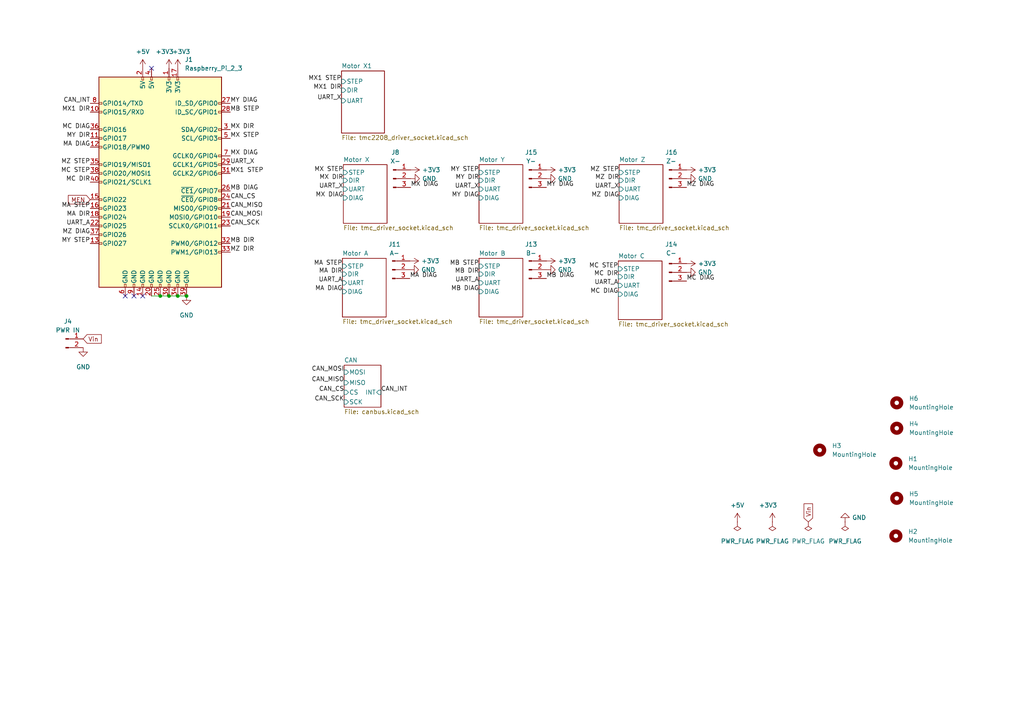
<source format=kicad_sch>
(kicad_sch (version 20211123) (generator eeschema)
  (paper "A4")
  (lib_symbols
    (symbol "Connector:Conn_01x02_Male" (pin_names (offset 1.016) hide)
      (property "Reference" "J" (at 0 2.54 0))
      (property "Value" "Conn_01x02_Male" (at 0 -5.08 0))
      (symbol "Conn_01x02_Male_1_1"
        (polyline (pts (xy 1.27 -2.54) (xy 0.8636 -2.54)) (stroke (width 0.1524)))
        (polyline (pts (xy 1.27 0) (xy 0.8636 0)) (stroke (width 0.1524)))
        (rectangle (start 0.8636 -2.413) (end 0 -2.667) (stroke (width 0.1524)) (fill (type outline)))
        (rectangle (start 0.8636 0.127) (end 0 -0.127) (stroke (width 0.1524)) (fill (type outline)))
        (pin passive line (at 5.08 0 180) (length 3.81) (name "Pin_1") (number "1"))
        (pin passive line (at 5.08 -2.54 180) (length 3.81) (name "Pin_2") (number "2"))
      )
    )
    (symbol "Connector:Conn_01x03_Male" (pin_names (offset 1.016) hide)
      (property "Reference" "J" (at 0 5.08 0))
      (property "Value" "Conn_01x03_Male" (at 0 -5.08 0))
      (symbol "Conn_01x03_Male_1_1"
        (polyline (pts (xy 1.27 -2.54) (xy 0.8636 -2.54)) (stroke (width 0.1524)))
        (polyline (pts (xy 1.27 0) (xy 0.8636 0)) (stroke (width 0.1524)))
        (polyline (pts (xy 1.27 2.54) (xy 0.8636 2.54)) (stroke (width 0.1524)))
        (rectangle (start 0.8636 -2.413) (end 0 -2.667) (stroke (width 0.1524)) (fill (type outline)))
        (rectangle (start 0.8636 0.127) (end 0 -0.127) (stroke (width 0.1524)) (fill (type outline)))
        (rectangle (start 0.8636 2.667) (end 0 2.413) (stroke (width 0.1524)) (fill (type outline)))
        (pin passive line (at 5.08 2.54 180) (length 3.81) (name "Pin_1") (number "1"))
        (pin passive line (at 5.08 0 180) (length 3.81) (name "Pin_2") (number "2"))
        (pin passive line (at 5.08 -2.54 180) (length 3.81) (name "Pin_3") (number "3"))
      )
    )
    (symbol "Connector:Raspberry_Pi_2_3" (pin_names (offset 1.016))
      (property "Reference" "J" (at -17.78 31.75 0))
      (property "Value" "Raspberry_Pi_2_3" (at 10.16 -31.75 0))
      (symbol "Raspberry_Pi_2_3_0_1"
        (rectangle (start -17.78 30.48) (end 17.78 -30.48) (stroke (width 0.254)) (fill (type background)))
      )
      (symbol "Raspberry_Pi_2_3_1_1"
        (rectangle (start -16.891 -17.526) (end -17.78 -18.034))
        (rectangle (start -16.891 -14.986) (end -17.78 -15.494))
        (rectangle (start -16.891 -12.446) (end -17.78 -12.954))
        (rectangle (start -16.891 -9.906) (end -17.78 -10.414))
        (rectangle (start -16.891 -7.366) (end -17.78 -7.874))
        (rectangle (start -16.891 -4.826) (end -17.78 -5.334))
        (rectangle (start -16.891 0.254) (end -17.78 -0.254))
        (rectangle (start -16.891 2.794) (end -17.78 2.286))
        (rectangle (start -16.891 5.334) (end -17.78 4.826))
        (rectangle (start -16.891 10.414) (end -17.78 9.906))
        (rectangle (start -16.891 12.954) (end -17.78 12.446))
        (rectangle (start -16.891 15.494) (end -17.78 14.986))
        (rectangle (start -16.891 20.574) (end -17.78 20.066))
        (rectangle (start -16.891 23.114) (end -17.78 22.606))
        (rectangle (start -10.414 -29.591) (end -9.906 -30.48))
        (rectangle (start -7.874 -29.591) (end -7.366 -30.48))
        (rectangle (start -5.334 -29.591) (end -4.826 -30.48))
        (rectangle (start -5.334 30.48) (end -4.826 29.591))
        (rectangle (start -2.794 -29.591) (end -2.286 -30.48))
        (rectangle (start -2.794 30.48) (end -2.286 29.591))
        (rectangle (start -0.254 -29.591) (end 0.254 -30.48))
        (rectangle (start 2.286 -29.591) (end 2.794 -30.48))
        (rectangle (start 2.286 30.48) (end 2.794 29.591))
        (rectangle (start 4.826 -29.591) (end 5.334 -30.48))
        (rectangle (start 4.826 30.48) (end 5.334 29.591))
        (rectangle (start 7.366 -29.591) (end 7.874 -30.48))
        (rectangle (start 17.78 -20.066) (end 16.891 -20.574))
        (rectangle (start 17.78 -17.526) (end 16.891 -18.034))
        (rectangle (start 17.78 -12.446) (end 16.891 -12.954))
        (rectangle (start 17.78 -9.906) (end 16.891 -10.414))
        (rectangle (start 17.78 -7.366) (end 16.891 -7.874))
        (rectangle (start 17.78 -4.826) (end 16.891 -5.334))
        (rectangle (start 17.78 -2.286) (end 16.891 -2.794))
        (rectangle (start 17.78 2.794) (end 16.891 2.286))
        (rectangle (start 17.78 5.334) (end 16.891 4.826))
        (rectangle (start 17.78 7.874) (end 16.891 7.366))
        (rectangle (start 17.78 12.954) (end 16.891 12.446))
        (rectangle (start 17.78 15.494) (end 16.891 14.986))
        (rectangle (start 17.78 20.574) (end 16.891 20.066))
        (rectangle (start 17.78 23.114) (end 16.891 22.606))
        (pin power_in line (at 2.54 33.02 270) (length 2.54) (name "3V3") (number "1"))
        (pin bidirectional line (at -20.32 20.32 0) (length 2.54) (name "GPIO15/RXD") (number "10"))
        (pin bidirectional line (at -20.32 12.7 0) (length 2.54) (name "GPIO17") (number "11"))
        (pin bidirectional line (at -20.32 10.16 0) (length 2.54) (name "GPIO18/PWM0") (number "12"))
        (pin bidirectional line (at -20.32 -17.78 0) (length 2.54) (name "GPIO27") (number "13"))
        (pin power_in line (at -5.08 -33.02 90) (length 2.54) (name "GND") (number "14"))
        (pin bidirectional line (at -20.32 -5.08 0) (length 2.54) (name "GPIO22") (number "15"))
        (pin bidirectional line (at -20.32 -7.62 0) (length 2.54) (name "GPIO23") (number "16"))
        (pin power_in line (at 5.08 33.02 270) (length 2.54) (name "3V3") (number "17"))
        (pin bidirectional line (at -20.32 -10.16 0) (length 2.54) (name "GPIO24") (number "18"))
        (pin bidirectional line (at 20.32 -10.16 180) (length 2.54) (name "MOSI0/GPIO10") (number "19"))
        (pin power_in line (at -5.08 33.02 270) (length 2.54) (name "5V") (number "2"))
        (pin power_in line (at -2.54 -33.02 90) (length 2.54) (name "GND") (number "20"))
        (pin bidirectional line (at 20.32 -7.62 180) (length 2.54) (name "MISO0/GPIO9") (number "21"))
        (pin bidirectional line (at -20.32 -12.7 0) (length 2.54) (name "GPIO25") (number "22"))
        (pin bidirectional line (at 20.32 -12.7 180) (length 2.54) (name "SCLK0/GPIO11") (number "23"))
        (pin bidirectional line (at 20.32 -5.08 180) (length 2.54) (name "~{CE0}/GPIO8") (number "24"))
        (pin power_in line (at 0 -33.02 90) (length 2.54) (name "GND") (number "25"))
        (pin bidirectional line (at 20.32 -2.54 180) (length 2.54) (name "~{CE1}/GPIO7") (number "26"))
        (pin bidirectional line (at 20.32 22.86 180) (length 2.54) (name "ID_SD/GPIO0") (number "27"))
        (pin bidirectional line (at 20.32 20.32 180) (length 2.54) (name "ID_SC/GPIO1") (number "28"))
        (pin bidirectional line (at 20.32 5.08 180) (length 2.54) (name "GCLK1/GPIO5") (number "29"))
        (pin bidirectional line (at 20.32 15.24 180) (length 2.54) (name "SDA/GPIO2") (number "3"))
        (pin power_in line (at 2.54 -33.02 90) (length 2.54) (name "GND") (number "30"))
        (pin bidirectional line (at 20.32 2.54 180) (length 2.54) (name "GCLK2/GPIO6") (number "31"))
        (pin bidirectional line (at 20.32 -17.78 180) (length 2.54) (name "PWM0/GPIO12") (number "32"))
        (pin bidirectional line (at 20.32 -20.32 180) (length 2.54) (name "PWM1/GPIO13") (number "33"))
        (pin power_in line (at 5.08 -33.02 90) (length 2.54) (name "GND") (number "34"))
        (pin bidirectional line (at -20.32 5.08 0) (length 2.54) (name "GPIO19/MISO1") (number "35"))
        (pin bidirectional line (at -20.32 15.24 0) (length 2.54) (name "GPIO16") (number "36"))
        (pin bidirectional line (at -20.32 -15.24 0) (length 2.54) (name "GPIO26") (number "37"))
        (pin bidirectional line (at -20.32 2.54 0) (length 2.54) (name "GPIO20/MOSI1") (number "38"))
        (pin power_in line (at 7.62 -33.02 90) (length 2.54) (name "GND") (number "39"))
        (pin power_in line (at -2.54 33.02 270) (length 2.54) (name "5V") (number "4"))
        (pin bidirectional line (at -20.32 0 0) (length 2.54) (name "GPIO21/SCLK1") (number "40"))
        (pin bidirectional line (at 20.32 12.7 180) (length 2.54) (name "SCL/GPIO3") (number "5"))
        (pin power_in line (at -10.16 -33.02 90) (length 2.54) (name "GND") (number "6"))
        (pin bidirectional line (at 20.32 7.62 180) (length 2.54) (name "GCLK0/GPIO4") (number "7"))
        (pin bidirectional line (at -20.32 22.86 0) (length 2.54) (name "GPIO14/TXD") (number "8"))
        (pin power_in line (at -7.62 -33.02 90) (length 2.54) (name "GND") (number "9"))
      )
    )
    (symbol "Mechanical:MountingHole" (pin_names (offset 1.016))
      (property "Reference" "H" (at 0 5.08 0))
      (property "Value" "MountingHole" (at 0 3.175 0))
      (symbol "MountingHole_0_1"
        (circle (center 0 0) (radius 1.27) (stroke (width 1.27)))
      )
    )
    (symbol "power:+3V3" (power) (pin_names (offset 0))
      (property "Value" "+3V3" (at 0 3.556 0))
      (symbol "+3V3_0_1"
        (polyline (pts (xy -0.762 1.27) (xy 0 2.54)))
        (polyline (pts (xy 0 0) (xy 0 2.54)))
        (polyline (pts (xy 0 2.54) (xy 0.762 1.27)))
      )
      (symbol "+3V3_1_1"
        (pin power_in line (at 0 0 90) (length 0) hide (name "+3V3") (number "1"))
      )
    )
    (symbol "power:+5V" (power) (pin_names (offset 0))
      (property "Value" "+5V" (at 0 3.556 0))
      (symbol "+5V_0_1"
        (polyline (pts (xy -0.762 1.27) (xy 0 2.54)))
        (polyline (pts (xy 0 0) (xy 0 2.54)))
        (polyline (pts (xy 0 2.54) (xy 0.762 1.27)))
      )
      (symbol "+5V_1_1"
        (pin power_in line (at 0 0 90) (length 0) hide (name "+5V") (number "1"))
      )
    )
    (symbol "power:GND" (power) (pin_names (offset 0))
      (property "Value" "GND" (at 0 -3.81 0))
      (symbol "GND_0_1"
        (polyline (pts (xy 0 0) (xy 0 -1.27) (xy 1.27 -1.27) (xy 0 -2.54) (xy -1.27 -1.27) (xy 0 -1.27)))
      )
      (symbol "GND_1_1"
        (pin power_in line (at 0 0 270) (length 0) hide (name "GND") (number "1"))
      )
    )
    (symbol "power:PWR_FLAG" (power) (pin_numbers hide) (pin_names (offset 0) hide)
      (property "Value" "PWR_FLAG" (at 0 3.81 0))
      (symbol "PWR_FLAG_0_0"
        (pin power_out line (at 0 0 90) (length 0) (name "pwr") (number "1"))
      )
      (symbol "PWR_FLAG_0_1"
        (polyline (pts (xy 0 0) (xy 0 1.27) (xy -1.016 1.905) (xy 0 2.54) (xy 1.016 1.905) (xy 0 1.27)))
      )
    )
  )
  (junction (at 49.022 85.852))
  (junction (at 46.482 85.852))
  (junction (at 51.562 85.852))
  (junction (at 54.102 85.852))
  (no_connect (at 43.942 19.812))
  (no_connect (at 41.402 85.852))
  (no_connect (at 36.322 85.852))
  (no_connect (at 38.862 85.852))
  (wire (pts (xy 51.562 85.852) (xy 54.102 85.852)))
  (wire (pts (xy 49.022 85.852) (xy 51.562 85.852)))
  (wire (pts (xy 43.942 85.852) (xy 46.482 85.852)))
  (wire (pts (xy 46.482 85.852) (xy 49.022 85.852)))
  (label "CAN_SCK" (at 99.822 116.586 180))
  (label "CAN_CS" (at 66.802 57.912 0))
  (label "UART_A" (at 138.938 82.042 180))
  (label "UART_X" (at 66.802 47.752 0))
  (label "MB DIAG" (at 138.938 84.582 180))
  (label "CAN_INT" (at 110.49 113.792 0))
  (label "MY DIR" (at 26.162 40.132 180))
  (label "MX1 STEP" (at 66.802 50.292 0))
  (label "CAN_SCK" (at 66.802 65.532 0))
  (label "MC DIR" (at 26.162 52.832 180))
  (label "UART_X" (at 138.938 54.864 180))
  (label "MC DIAG" (at 199.136 81.534 0))
  (label "MZ DIR" (at 179.578 52.324 180))
  (label "UART_X" (at 99.568 54.864 180))
  (label "MB DIR" (at 138.938 79.502 180))
  (label "CAN_CS" (at 99.822 113.792 180))
  (label "CAN_INT" (at 26.162 29.972 180))
  (label "MX1 DIR" (at 26.162 32.512 180))
  (label "MZ DIR" (at 66.802 73.152 0))
  (label "MA STEP" (at 26.162 60.452 180))
  (label "MC DIR" (at 179.324 80.264 180))
  (label "MA DIAG" (at 118.872 80.772 0))
  (label "MZ DIAG" (at 179.578 57.404 180))
  (label "MX DIR" (at 66.802 37.592 0))
  (label "MA DIAG" (at 26.162 42.672 180))
  (label "MY DIAG" (at 138.938 57.404 180))
  (label "MB STEP" (at 66.802 32.512 0))
  (label "MY DIAG" (at 158.496 54.356 0))
  (label "MZ STEP" (at 26.162 47.752 180))
  (label "UART_A" (at 99.314 82.042 180))
  (label "UART_A" (at 26.162 65.532 180))
  (label "MZ DIAG" (at 199.136 54.356 0))
  (label "CAN_MOSI" (at 66.802 62.992 0))
  (label "CAN_MISO" (at 99.822 110.998 180))
  (label "MY STEP" (at 138.938 50.038 180))
  (label "MX DIAG" (at 99.568 57.404 180))
  (label "MA DIAG" (at 99.314 84.582 180))
  (label "MC DIAG" (at 179.324 85.344 180))
  (label "MZ DIAG" (at 26.162 68.072 180))
  (label "MY STEP" (at 26.162 70.612 180))
  (label "MA STEP" (at 99.314 77.216 180))
  (label "CAN_MOSI" (at 99.822 107.95 180))
  (label "MX DIAG" (at 66.802 45.212 0))
  (label "MC STEP" (at 26.162 50.292 180))
  (label "MX STEP" (at 99.568 50.038 180))
  (label "UART_A" (at 179.324 82.804 180))
  (label "MX DIAG" (at 119.126 54.356 0))
  (label "MB DIR" (at 66.802 70.612 0))
  (label "UART_X" (at 99.06 29.21 180))
  (label "MX1 DIR" (at 99.06 26.162 180))
  (label "MZ STEP" (at 179.578 50.038 180))
  (label "CAN_MISO" (at 66.802 60.452 0))
  (label "MA DIR" (at 26.162 62.992 180))
  (label "MX DIR" (at 99.568 52.324 180))
  (label "UART_X" (at 179.578 54.864 180))
  (label "MY DIR" (at 138.938 52.324 180))
  (label "MB DIAG" (at 66.802 55.372 0))
  (label "MC DIAG" (at 26.162 37.592 180))
  (label "MA DIR" (at 99.314 79.502 180))
  (label "MY DIAG" (at 66.802 29.972 0))
  (label "MB STEP" (at 138.938 77.216 180))
  (label "MX1 STEP" (at 99.06 23.622 180))
  (label "MX STEP" (at 66.802 40.132 0))
  (label "MB DIAG" (at 158.496 80.772 0))
  (label "MC STEP" (at 179.324 77.978 180))
  (global_label "Vin" (shape input) (at 24.13 98.298 0) (property "Intersheet References" "${INTERSHEET_REFS}" (effects hide)))
  (global_label "MEN" (shape input) (at 26.162 57.912 180) (property "Intersheet References" "${INTERSHEET_REFS}" (effects hide)))
  (global_label "Vin" (shape input) (at 234.442 151.384 90) (property "Intersheet References" "${INTERSHEET_REFS}" (effects hide)))
  (symbol (lib_id "Connector:Conn_01x03_Male") (at 153.416 51.816 0) (unit 1)
    (property "Reference" "J15" (at 154.051 44.196 0))
    (property "Value" "Y-" (at 154.051 46.736 0))
    (property "Footprint" "Connector_PinHeader_2.54mm:PinHeader_1x03_P2.54mm_Vertical" (effects hide))
  )
  (symbol (lib_id "power:GND") (at 158.496 51.816 90) (unit 1)
    (property "Reference" "#PWR074" (effects hide))
    (property "Value" "GND" (at 161.798 51.8159 90) (effects (justify right)))
  )
  (symbol (lib_id "power:+3V3") (at 199.136 76.454 270) (unit 1)
    (property "Reference" "#PWR091" (effects hide))
    (property "Value" "+3V3" (at 202.438 76.4539 90) (effects (justify left)))
  )
  (symbol (lib_id "Connector:Conn_01x03_Male") (at 114.046 51.816 0) (unit 1)
    (property "Reference" "J8" (at 114.681 44.196 0))
    (property "Value" "X-" (at 114.681 46.736 0))
    (property "Footprint" "Connector_PinHeader_2.54mm:PinHeader_1x03_P2.54mm_Vertical" (effects hide))
  )
  (symbol (lib_id "power:+3V3") (at 119.126 49.276 270) (unit 1)
    (property "Reference" "#PWR067" (effects hide))
    (property "Value" "+3V3" (at 122.428 49.2759 90) (effects (justify left)))
  )
  (symbol (lib_id "power:PWR_FLAG") (at 234.442 151.384 180) (unit 1)
    (property "Reference" "#FLG0103" (effects hide))
    (property "Value" "PWR_FLAG" (at 234.442 156.972 0))
  )
  (symbol (lib_id "power:+3V3") (at 118.872 75.692 270) (unit 1)
    (property "Reference" "#PWR087" (effects hide))
    (property "Value" "+3V3" (at 122.174 75.6919 90) (effects (justify left)))
  )
  (symbol (lib_id "Mechanical:MountingHole") (at 259.842 134.366 0) (unit 1)
    (property "Reference" "H1" (at 263.398 133.0959 0) (effects (justify left)))
    (property "Value" "MountingHole" (at 263.398 135.6359 0) (effects (justify left)))
    (property "Footprint" "MountingHole:MountingHole_2.7mm_M2.5_ISO14580" (effects hide))
  )
  (symbol (lib_id "power:PWR_FLAG") (at 224.028 151.384 180) (unit 1)
    (property "Reference" "#FLG0102" (effects hide))
    (property "Value" "PWR_FLAG" (at 224.028 156.972 0))
  )
  (symbol (lib_id "power:GND") (at 199.136 78.994 90) (unit 1)
    (property "Reference" "#PWR092" (effects hide))
    (property "Value" "GND" (at 202.438 78.9939 90) (effects (justify right)))
  )
  (symbol (lib_id "power:GND") (at 158.496 78.232 90) (unit 1)
    (property "Reference" "#PWR090" (effects hide))
    (property "Value" "GND" (at 161.798 78.2319 90) (effects (justify right)))
  )
  (symbol (lib_id "power:GND") (at 245.11 151.384 180) (unit 1)
    (property "Reference" "#PWR072" (effects hide))
    (property "Value" "GND" (at 247.142 150.1139 0) (effects (justify right)))
  )
  (symbol (lib_id "Connector:Conn_01x03_Male") (at 194.056 78.994 0) (unit 1)
    (property "Reference" "J14" (at 194.691 70.866 0))
    (property "Value" "C-" (at 194.691 73.406 0))
    (property "Footprint" "Connector_PinHeader_2.54mm:PinHeader_1x03_P2.54mm_Vertical" (effects hide))
  )
  (symbol (lib_id "power:GND") (at 118.872 78.232 90) (unit 1)
    (property "Reference" "#PWR088" (effects hide))
    (property "Value" "GND" (at 122.174 78.2319 90) (effects (justify right)))
  )
  (symbol (lib_id "Connector:Conn_01x03_Male") (at 194.056 51.816 0) (unit 1)
    (property "Reference" "J16" (at 194.691 44.196 0))
    (property "Value" "Z-" (at 194.691 46.736 0))
    (property "Footprint" "Connector_PinHeader_2.54mm:PinHeader_1x03_P2.54mm_Vertical" (effects hide))
  )
  (symbol (lib_id "Mechanical:MountingHole") (at 260.096 124.206 0) (unit 1)
    (property "Reference" "H4" (at 263.652 122.9359 0) (effects (justify left)))
    (property "Value" "MountingHole" (at 263.652 125.4759 0) (effects (justify left)))
    (property "Footprint" "MountingHole:MountingHole_2.7mm_M2.5_ISO14580" (effects hide))
  )
  (symbol (lib_id "Connector:Conn_01x02_Male") (at 19.05 98.298 0) (unit 1)
    (property "Reference" "J4" (at 19.685 93.218 0))
    (property "Value" "PWR IN" (at 19.685 95.758 0))
    (property "Footprint" "Connector_JST:JST_XH_B2B-XH-A_1x02_P2.50mm_Vertical" (effects hide))
  )
  (symbol (lib_id "Mechanical:MountingHole") (at 237.744 130.556 0) (unit 1)
    (property "Reference" "H3" (at 241.3 129.2859 0) (effects (justify left)))
    (property "Value" "MountingHole" (at 241.3 131.8259 0) (effects (justify left)))
    (property "Footprint" "MountingHole:MountingHole_2.7mm_M2.5_ISO14580" (effects hide))
  )
  (symbol (lib_id "power:+3V3") (at 158.496 75.692 270) (unit 1)
    (property "Reference" "#PWR089" (effects hide))
    (property "Value" "+3V3" (at 161.798 75.6919 90) (effects (justify left)))
  )
  (symbol (lib_id "power:PWR_FLAG") (at 245.11 151.384 180) (unit 1)
    (property "Reference" "#FLG01" (effects hide))
    (property "Value" "PWR_FLAG" (at 245.11 156.972 0))
  )
  (symbol (lib_id "power:GND") (at 119.126 51.816 90) (unit 1)
    (property "Reference" "#PWR068" (effects hide))
    (property "Value" "GND" (at 122.428 51.8159 90) (effects (justify right)))
  )
  (symbol (lib_id "power:+3V3") (at 158.496 49.276 270) (unit 1)
    (property "Reference" "#PWR073" (effects hide))
    (property "Value" "+3V3" (at 161.798 49.2759 90) (effects (justify left)))
  )
  (symbol (lib_id "Connector:Conn_01x03_Male") (at 153.416 78.232 0) (unit 1)
    (property "Reference" "J13" (at 154.051 70.866 0))
    (property "Value" "B-" (at 154.051 73.406 0))
    (property "Footprint" "Connector_PinHeader_2.54mm:PinHeader_1x03_P2.54mm_Vertical" (effects hide))
  )
  (symbol (lib_id "Mechanical:MountingHole") (at 259.842 155.448 0) (unit 1)
    (property "Reference" "H2" (at 263.398 154.1779 0) (effects (justify left)))
    (property "Value" "MountingHole" (at 263.398 156.7179 0) (effects (justify left)))
    (property "Footprint" "MountingHole:MountingHole_2.7mm_M2.5_ISO14580" (effects hide))
  )
  (symbol (lib_id "power:GND") (at 199.136 51.816 90) (unit 1)
    (property "Reference" "#PWR076" (effects hide))
    (property "Value" "GND" (at 202.438 51.8159 90) (effects (justify right)))
  )
  (symbol (lib_id "Mechanical:MountingHole") (at 260.096 116.84 0) (unit 1)
    (property "Reference" "H6" (at 263.652 115.5699 0) (effects (justify left)))
    (property "Value" "MountingHole" (at 263.652 118.1099 0) (effects (justify left)))
    (property "Footprint" "MountingHole:MountingHole_2.7mm_M2.5_ISO14580" (effects hide))
  )
  (symbol (lib_id "power:GND") (at 24.13 100.838 0) (unit 1)
    (property "Reference" "#PWR0101" (effects hide))
    (property "Value" "GND" (at 24.13 106.426 0))
  )
  (symbol (lib_id "power:GND") (at 54.102 85.852 0) (unit 1)
    (property "Reference" "#PWR08" (effects hide))
    (property "Value" "GND" (at 54.102 91.44 0))
  )
  (symbol (lib_id "power:+5V") (at 41.402 19.812 0) (unit 1)
    (property "Reference" "#PWR0123" (effects hide))
    (property "Value" "+5V" (at 41.402 14.986 0))
  )
  (symbol (lib_id "Connector:Conn_01x03_Male") (at 113.792 78.232 0) (unit 1)
    (property "Reference" "J11" (at 114.427 70.866 0))
    (property "Value" "A-" (at 114.427 73.406 0))
    (property "Footprint" "Connector_PinHeader_2.54mm:PinHeader_1x03_P2.54mm_Vertical" (effects hide))
  )
  (symbol (lib_id "Connector:Raspberry_Pi_2_3") (at 46.482 52.832 0) (unit 1)
    (property "Reference" "J1" (at 53.5814 17.272 0) (effects (justify left)))
    (property "Value" "Raspberry_Pi_2_3" (at 53.5814 19.812 0) (effects (justify left)))
    (property "Footprint" "Connector_PinSocket_2.54mm:PinSocket_2x20_P2.54mm_Vertical" (effects hide))
    (property "Datasheet" "https://www.raspberrypi.org/documentation/hardware/raspberrypi/schematics/rpi_SCH_3bplus_1p0_reduced.pdf" (effects hide))
  )
  (symbol (lib_id "power:PWR_FLAG") (at 213.868 151.384 180) (unit 1)
    (property "Reference" "#FLG0101" (effects hide))
    (property "Value" "PWR_FLAG" (at 213.868 156.972 0))
  )
  (symbol (lib_id "power:+3V3") (at 51.562 19.812 0) (unit 1)
    (property "Reference" "#PWR0102" (effects hide))
    (property "Value" "+3V3" (at 52.578 14.986 0))
  )
  (symbol (lib_id "power:+5V") (at 213.868 151.384 0) (unit 1)
    (property "Reference" "#PWR0104" (effects hide))
    (property "Value" "+5V" (at 213.868 146.558 0))
  )
  (symbol (lib_id "Mechanical:MountingHole") (at 260.096 144.526 0) (unit 1)
    (property "Reference" "H5" (at 263.652 143.2559 0) (effects (justify left)))
    (property "Value" "MountingHole" (at 263.652 145.7959 0) (effects (justify left)))
    (property "Footprint" "MountingHole:MountingHole_2.7mm_M2.5_ISO14580" (effects hide))
  )
  (symbol (lib_id "power:+3V3") (at 199.136 49.276 270) (unit 1)
    (property "Reference" "#PWR075" (effects hide))
    (property "Value" "+3V3" (at 202.438 49.2759 90) (effects (justify left)))
  )
  (symbol (lib_id "power:+3V3") (at 224.028 151.384 0) (unit 1)
    (property "Reference" "#PWR0103" (effects hide))
    (property "Value" "+3V3" (at 222.758 146.558 0))
  )
  (symbol (lib_id "power:+3V3") (at 49.022 19.812 0) (unit 1)
    (property "Reference" "#PWR07" (effects hide))
    (property "Value" "+3V3" (at 47.752 14.986 0))
  )
  (sheet (at 179.324 75.692) (size 12.7 17.018) (stroke (width 0.1524))
    (property "Sheet name" "Motor C" (at 179.324 74.9804 0) (effects (justify left bottom)))
    (property "Sheet file" "tmc_driver_socket.kicad_sch" (at 179.324 93.2946 0) (effects (justify left top)))
    (pin "UART" input (at 179.324 82.804 180))
    (pin "DIR" input (at 179.324 80.264 180))
    (pin "DIAG" input (at 179.324 85.344 180))
    (pin "STEP" input (at 179.324 77.978 180))
  )
  (sheet (at 99.314 74.93) (size 12.7 17.018) (stroke (width 0.1524))
    (property "Sheet name" "Motor A" (at 99.314 74.2184 0) (effects (justify left bottom)))
    (property "Sheet file" "tmc_driver_socket.kicad_sch" (at 99.314 92.5326 0) (effects (justify left top)))
    (pin "UART" input (at 99.314 82.042 180))
    (pin "DIR" input (at 99.314 79.502 180))
    (pin "DIAG" input (at 99.314 84.582 180))
    (pin "STEP" input (at 99.314 77.216 180))
  )
  (sheet (at 99.568 47.752) (size 12.7 17.018) (stroke (width 0.1524))
    (property "Sheet name" "Motor X" (at 99.568 47.0404 0) (effects (justify left bottom)))
    (property "Sheet file" "tmc_driver_socket.kicad_sch" (at 99.568 65.3546 0) (effects (justify left top)))
    (pin "UART" input (at 99.568 54.864 180))
    (pin "DIR" input (at 99.568 52.324 180))
    (pin "DIAG" input (at 99.568 57.404 180))
    (pin "STEP" input (at 99.568 50.038 180))
  )
  (sheet (at 179.578 47.752) (size 12.7 17.018) (stroke (width 0.1524))
    (property "Sheet name" "Motor Z" (at 179.578 47.0404 0) (effects (justify left bottom)))
    (property "Sheet file" "tmc_driver_socket.kicad_sch" (at 179.578 65.3546 0) (effects (justify left top)))
    (pin "UART" input (at 179.578 54.864 180))
    (pin "DIR" input (at 179.578 52.324 180))
    (pin "DIAG" input (at 179.578 57.404 180))
    (pin "STEP" input (at 179.578 50.038 180))
  )
  (sheet (at 138.938 47.752) (size 12.7 17.018) (stroke (width 0.1524))
    (property "Sheet name" "Motor Y" (at 138.938 47.0404 0) (effects (justify left bottom)))
    (property "Sheet file" "tmc_driver_socket.kicad_sch" (at 138.938 65.3546 0) (effects (justify left top)))
    (pin "UART" input (at 138.938 54.864 180))
    (pin "DIR" input (at 138.938 52.324 180))
    (pin "DIAG" input (at 138.938 57.404 180))
    (pin "STEP" input (at 138.938 50.038 180))
  )
  (sheet (at 99.06 20.574) (size 12.446 18.034) (stroke (width 0.1524))
    (property "Sheet name" "Motor X1" (at 99.06 19.8624 0) (effects (justify left bottom)))
    (property "Sheet file" "tmc2208_driver_socket.kicad_sch" (at 99.06 39.1926 0) (effects (justify left top)))
    (pin "STEP" input (at 99.06 23.622 180))
    (pin "UART" input (at 99.06 29.21 180))
    (pin "DIR" input (at 99.06 26.162 180))
  )
  (sheet (at 138.938 74.93) (size 12.7 17.018) (stroke (width 0.1524))
    (property "Sheet name" "Motor B" (at 138.938 74.2184 0) (effects (justify left bottom)))
    (property "Sheet file" "tmc_driver_socket.kicad_sch" (at 138.938 92.5326 0) (effects (justify left top)))
    (pin "UART" input (at 138.938 82.042 180))
    (pin "DIR" input (at 138.938 79.502 180))
    (pin "DIAG" input (at 138.938 84.582 180))
    (pin "STEP" input (at 138.938 77.216 180))
  )
  (sheet (at 99.822 105.918) (size 10.668 12.192) (stroke (width 0.1524))
    (property "Sheet name" "CAN" (at 99.822 105.2064 0) (effects (justify left bottom)))
    (property "Sheet file" "canbus.kicad_sch" (at 99.822 118.6946 0) (effects (justify left top)))
    (pin "MOSI" input (at 99.822 107.95 180))
    (pin "MISO" input (at 99.822 110.998 180))
    (pin "CS" input (at 99.822 113.792 180))
    (pin "SCK" input (at 99.822 116.586 180))
    (pin "INT" input (at 110.49 113.792 0))
  )
)
</source>
